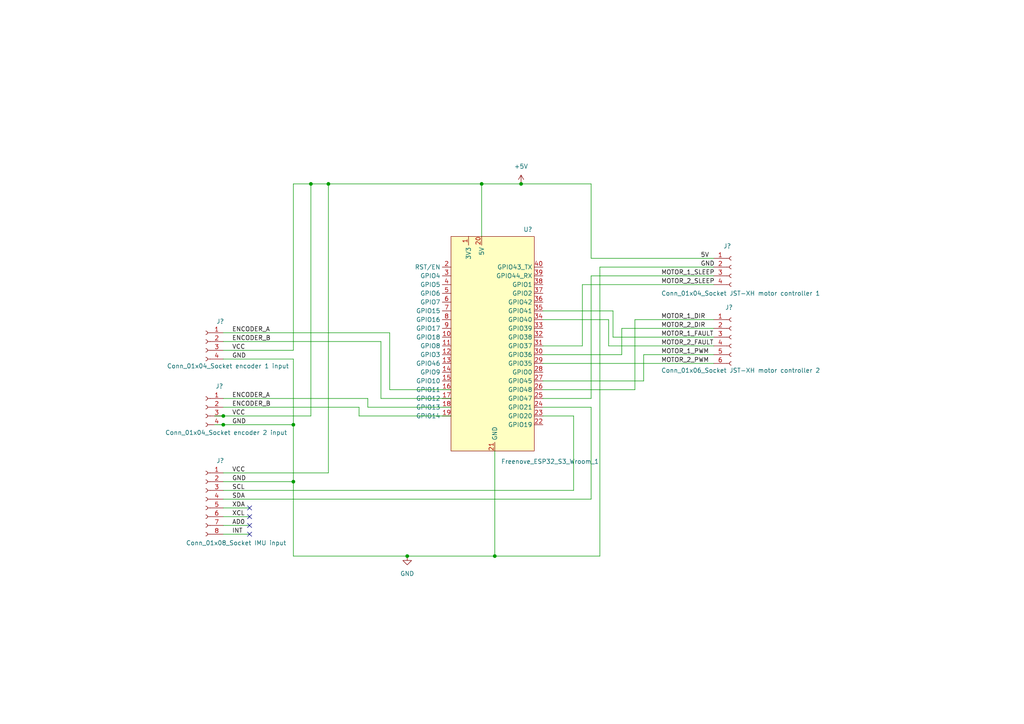
<source format=kicad_sch>
(kicad_sch (version 20231120) (generator "eeschema") (generator_version "8.0")
  (paper "A4")
  (title_block (title "Self-balancing robot ESP32 board") (date "2024-05-12") (rev "v1"))
  (lib_symbols
    (symbol "Connector:Conn_01x04_Socket" (pin_names (offset 1.016) hide)
      (property "Reference" "J" (at 0 5.08 0))
      (property "Value" "Conn_01x04_Socket" (at 0 -7.62 0))
      (symbol "Conn_01x04_Socket_1_1"
        (arc (start 0 -4.572) (mid -0.5058 -5.08) (end 0 -5.588) (stroke (width 0.1524)))
        (arc (start 0 -2.032) (mid -0.5058 -2.54) (end 0 -3.048) (stroke (width 0.1524)))
        (polyline (pts (xy -1.27 -5.08) (xy -0.508 -5.08)) (stroke (width 0.1524)))
        (polyline (pts (xy -1.27 -2.54) (xy -0.508 -2.54)) (stroke (width 0.1524)))
        (polyline (pts (xy -1.27 0) (xy -0.508 0)) (stroke (width 0.1524)))
        (polyline (pts (xy -1.27 2.54) (xy -0.508 2.54)) (stroke (width 0.1524)))
        (arc (start 0 0.508) (mid -0.5058 0) (end 0 -0.508) (stroke (width 0.1524)))
        (arc (start 0 3.048) (mid -0.5058 2.54) (end 0 2.032) (stroke (width 0.1524)))
        (pin passive line (at -5.08 2.54 0) (length 3.81) (name "Pin_1") (number "1"))
        (pin passive line (at -5.08 0 0) (length 3.81) (name "Pin_2") (number "2"))
        (pin passive line (at -5.08 -2.54 0) (length 3.81) (name "Pin_3") (number "3"))
        (pin passive line (at -5.08 -5.08 0) (length 3.81) (name "Pin_4") (number "4"))
      )
    )
    (symbol "Connector:Conn_01x06_Socket" (pin_names (offset 1.016) hide)
      (property "Reference" "J" (at 0 7.62 0))
      (property "Value" "Conn_01x06_Socket" (at 0 -10.16 0))
      (symbol "Conn_01x06_Socket_1_1"
        (arc (start 0 -7.112) (mid -0.5058 -7.62) (end 0 -8.128) (stroke (width 0.1524)))
        (arc (start 0 -4.572) (mid -0.5058 -5.08) (end 0 -5.588) (stroke (width 0.1524)))
        (arc (start 0 -2.032) (mid -0.5058 -2.54) (end 0 -3.048) (stroke (width 0.1524)))
        (polyline (pts (xy -1.27 -7.62) (xy -0.508 -7.62)) (stroke (width 0.1524)))
        (polyline (pts (xy -1.27 -5.08) (xy -0.508 -5.08)) (stroke (width 0.1524)))
        (polyline (pts (xy -1.27 -2.54) (xy -0.508 -2.54)) (stroke (width 0.1524)))
        (polyline (pts (xy -1.27 0) (xy -0.508 0)) (stroke (width 0.1524)))
        (polyline (pts (xy -1.27 2.54) (xy -0.508 2.54)) (stroke (width 0.1524)))
        (polyline (pts (xy -1.27 5.08) (xy -0.508 5.08)) (stroke (width 0.1524)))
        (arc (start 0 0.508) (mid -0.5058 0) (end 0 -0.508) (stroke (width 0.1524)))
        (arc (start 0 3.048) (mid -0.5058 2.54) (end 0 2.032) (stroke (width 0.1524)))
        (arc (start 0 5.588) (mid -0.5058 5.08) (end 0 4.572) (stroke (width 0.1524)))
        (pin passive line (at -5.08 5.08 0) (length 3.81) (name "Pin_1") (number "1"))
        (pin passive line (at -5.08 2.54 0) (length 3.81) (name "Pin_2") (number "2"))
        (pin passive line (at -5.08 0 0) (length 3.81) (name "Pin_3") (number "3"))
        (pin passive line (at -5.08 -2.54 0) (length 3.81) (name "Pin_4") (number "4"))
        (pin passive line (at -5.08 -5.08 0) (length 3.81) (name "Pin_5") (number "5"))
        (pin passive line (at -5.08 -7.62 0) (length 3.81) (name "Pin_6") (number "6"))
      )
    )
    (symbol "Connector:Conn_01x08_Socket" (pin_names (offset 1.016) hide)
      (property "Reference" "J" (at 0 10.16 0))
      (property "Value" "Conn_01x08_Socket" (at 0 -12.7 0))
      (symbol "Conn_01x08_Socket_1_1"
        (arc (start 0 -9.652) (mid -0.5058 -10.16) (end 0 -10.668) (stroke (width 0.1524)))
        (arc (start 0 -7.112) (mid -0.5058 -7.62) (end 0 -8.128) (stroke (width 0.1524)))
        (arc (start 0 -4.572) (mid -0.5058 -5.08) (end 0 -5.588) (stroke (width 0.1524)))
        (arc (start 0 -2.032) (mid -0.5058 -2.54) (end 0 -3.048) (stroke (width 0.1524)))
        (polyline (pts (xy -1.27 -10.16) (xy -0.508 -10.16)) (stroke (width 0.1524)))
        (polyline (pts (xy -1.27 -7.62) (xy -0.508 -7.62)) (stroke (width 0.1524)))
        (polyline (pts (xy -1.27 -5.08) (xy -0.508 -5.08)) (stroke (width 0.1524)))
        (polyline (pts (xy -1.27 -2.54) (xy -0.508 -2.54)) (stroke (width 0.1524)))
        (polyline (pts (xy -1.27 0) (xy -0.508 0)) (stroke (width 0.1524)))
        (polyline (pts (xy -1.27 2.54) (xy -0.508 2.54)) (stroke (width 0.1524)))
        (polyline (pts (xy -1.27 5.08) (xy -0.508 5.08)) (stroke (width 0.1524)))
        (polyline (pts (xy -1.27 7.62) (xy -0.508 7.62)) (stroke (width 0.1524)))
        (arc (start 0 0.508) (mid -0.5058 0) (end 0 -0.508) (stroke (width 0.1524)))
        (arc (start 0 3.048) (mid -0.5058 2.54) (end 0 2.032) (stroke (width 0.1524)))
        (arc (start 0 5.588) (mid -0.5058 5.08) (end 0 4.572) (stroke (width 0.1524)))
        (arc (start 0 8.128) (mid -0.5058 7.62) (end 0 7.112) (stroke (width 0.1524)))
        (pin passive line (at -5.08 7.62 0) (length 3.81) (name "Pin_1") (number "1"))
        (pin passive line (at -5.08 5.08 0) (length 3.81) (name "Pin_2") (number "2"))
        (pin passive line (at -5.08 2.54 0) (length 3.81) (name "Pin_3") (number "3"))
        (pin passive line (at -5.08 0 0) (length 3.81) (name "Pin_4") (number "4"))
        (pin passive line (at -5.08 -2.54 0) (length 3.81) (name "Pin_5") (number "5"))
        (pin passive line (at -5.08 -5.08 0) (length 3.81) (name "Pin_6") (number "6"))
        (pin passive line (at -5.08 -7.62 0) (length 3.81) (name "Pin_7") (number "7"))
        (pin passive line (at -5.08 -10.16 0) (length 3.81) (name "Pin_8") (number "8"))
      )
    )
    (symbol "MCU_Espressif_ESP32:Freenove_ESP32_S3_Wroom_1"
      (property "Reference" "U" (at 11.684 45.212 0))
      (property "Value" "Freenove_ESP32_S3_Wroom_1" (at 18.542 -21.082 0))
      (symbol "Freenove_ESP32_S3_Wroom_1_1_1"
        (rectangle (start -11.43 43.18) (end 12.7 -19.05) (fill (type background)))
        (pin power_out line (at -6.35 43.18 270) (length 2.54) (name "3V3") (number "1"))
        (pin open_collector line (at -11.43 13.97 180) (length 2.54) (name "GPIO18") (number "10"))
        (pin open_collector line (at -11.43 11.43 180) (length 2.54) (name "GPIO8") (number "11"))
        (pin bidirectional line (at -11.43 8.89 180) (length 2.54) (name "GPIO3") (number "12"))
        (pin bidirectional line (at -11.43 6.35 180) (length 2.54) (name "GPIO46") (number "13"))
        (pin open_collector line (at -11.43 3.81 180) (length 2.54) (name "GPIO9") (number "14"))
        (pin open_collector line (at -11.43 1.27 180) (length 2.54) (name "GPIO10") (number "15"))
        (pin open_collector line (at -11.43 -1.27 180) (length 2.54) (name "GPIO11") (number "16"))
        (pin open_collector line (at -11.43 -3.81 180) (length 2.54) (name "GPIO12") (number "17"))
        (pin open_collector line (at -11.43 -6.35 180) (length 2.54) (name "GPIO13") (number "18"))
        (pin bidirectional line (at -11.43 -8.89 180) (length 2.54) (name "GPIO14") (number "19"))
        (pin input line (at -11.43 34.29 180) (length 2.54) (name "RST/EN") (number "2"))
        (pin power_in line (at -2.54 43.18 270) (length 2.54) (name "5V") (number "20"))
        (pin power_in line (at 1.27 -19.05 90) (length 2.54) (name "GND") (number "21"))
        (pin bidirectional line (at 15.24 -11.43 180) (length 2.54) (name "GPIO19") (number "22"))
        (pin bidirectional line (at 15.24 -8.89 180) (length 2.54) (name "GPIO20") (number "23"))
        (pin bidirectional line (at 15.24 -6.35 180) (length 2.54) (name "GPIO21") (number "24"))
        (pin bidirectional line (at 15.24 -3.81 180) (length 2.54) (name "GPIO47") (number "25"))
        (pin bidirectional line (at 15.24 -1.27 180) (length 2.54) (name "GPIO48") (number "26"))
        (pin bidirectional line (at 15.24 1.27 180) (length 2.54) (name "GPIO45") (number "27"))
        (pin bidirectional line (at 15.24 3.81 180) (length 2.54) (name "GPIO0") (number "28"))
        (pin bidirectional line (at 15.24 6.35 180) (length 2.54) (name "GPIO35") (number "29"))
        (pin open_collector line (at -11.43 31.75 180) (length 2.54) (name "GPIO4") (number "3"))
        (pin bidirectional line (at 15.24 8.89 180) (length 2.54) (name "GPIO36") (number "30"))
        (pin bidirectional line (at 15.24 11.43 180) (length 2.54) (name "GPIO37") (number "31"))
        (pin bidirectional line (at 15.24 13.97 180) (length 2.54) (name "GPIO38") (number "32"))
        (pin bidirectional line (at 15.24 16.51 180) (length 2.54) (name "GPIO39") (number "33"))
        (pin bidirectional line (at 15.24 19.05 180) (length 2.54) (name "GPIO40") (number "34"))
        (pin bidirectional line (at 15.24 21.59 180) (length 2.54) (name "GPIO41") (number "35"))
        (pin bidirectional line (at 15.24 24.13 180) (length 2.54) (name "GPIO42") (number "36"))
        (pin bidirectional line (at 15.24 26.67 180) (length 2.54) (name "GPIO2") (number "37"))
        (pin bidirectional line (at 15.24 29.21 180) (length 2.54) (name "GPIO1") (number "38"))
        (pin bidirectional line (at 15.24 31.75 180) (length 2.54) (name "GPIO44_RX") (number "39"))
        (pin open_collector line (at -11.43 29.21 180) (length 2.54) (name "GPIO5") (number "4"))
        (pin bidirectional line (at 15.24 34.29 180) (length 2.54) (name "GPIO43_TX") (number "40"))
        (pin open_collector line (at -11.43 26.67 180) (length 2.54) (name "GPIO6") (number "5"))
        (pin open_collector line (at -11.43 24.13 180) (length 2.54) (name "GPIO7") (number "6"))
        (pin open_collector line (at -11.43 21.59 180) (length 2.54) (name "GPIO15") (number "7"))
        (pin open_collector line (at -11.43 19.05 180) (length 2.54) (name "GPIO16") (number "8"))
        (pin open_collector line (at -11.43 16.51 180) (length 2.54) (name "GPIO17") (number "9"))
      )
    )
    (symbol "power:+5V" (power) (pin_numbers hide) (pin_names (offset 0) hide)
      (property "Value" "+5V" (at 0 3.556 0))
      (symbol "+5V_0_1"
        (polyline (pts (xy -0.762 1.27) (xy 0 2.54)))
        (polyline (pts (xy 0 0) (xy 0 2.54)))
        (polyline (pts (xy 0 2.54) (xy 0.762 1.27)))
      )
      (symbol "+5V_1_1"
        (pin power_in line (at 0 0 90) (length 0) (name "~") (number "1"))
      )
    )
    (symbol "power:GND" (power) (pin_numbers hide) (pin_names (offset 0) hide)
      (property "Value" "GND" (at 0 -3.81 0))
      (symbol "GND_0_1"
        (polyline (pts (xy 0 0) (xy 0 -1.27) (xy 1.27 -1.27) (xy 0 -2.54) (xy -1.27 -1.27) (xy 0 -1.27)))
      )
      (symbol "GND_1_1"
        (pin power_in line (at 0 0 270) (length 0) (name "~") (number "1"))
      )
    )
  )
  (junction (at 151.13 53.34))
  (junction (at 95.25 53.34))
  (junction (at 85.09 139.7))
  (junction (at 90.17 53.34))
  (junction (at 64.77 123.19))
  (junction (at 118.11 161.29))
  (junction (at 139.7 53.34))
  (junction (at 143.51 161.29))
  (junction (at 85.09 123.19))
  (junction (at 64.77 120.65))
  (no_connect (at 72.39 149.86))
  (no_connect (at 72.39 147.32))
  (no_connect (at 72.39 154.94))
  (no_connect (at 72.39 152.4))
  (wire (pts (xy 184.15 113.03) (xy 184.15 92.71)))
  (wire (pts (xy 104.14 118.11) (xy 104.14 120.65)))
  (wire (pts (xy 106.68 118.11) (xy 130.81 118.11)))
  (wire (pts (xy 95.25 53.34) (xy 139.7 53.34)))
  (wire (pts (xy 64.77 101.6) (xy 85.09 101.6)))
  (wire (pts (xy 64.77 123.19) (xy 62.23 123.19)))
  (wire (pts (xy 64.77 147.32) (xy 72.39 147.32)))
  (wire (pts (xy 64.77 118.11) (xy 104.14 118.11)))
  (wire (pts (xy 157.48 110.49) (xy 186.69 110.49)))
  (wire (pts (xy 64.77 152.4) (xy 72.39 152.4)))
  (wire (pts (xy 184.15 92.71) (xy 207.01 92.71)))
  (wire (pts (xy 85.09 53.34) (xy 90.17 53.34)))
  (wire (pts (xy 104.14 120.65) (xy 130.81 120.65)))
  (wire (pts (xy 85.09 53.34) (xy 85.09 101.6)))
  (wire (pts (xy 64.77 137.16) (xy 95.25 137.16)))
  (wire (pts (xy 157.48 90.17) (xy 177.8 90.17)))
  (wire (pts (xy 151.13 53.34) (xy 171.45 53.34)))
  (wire (pts (xy 186.69 110.49) (xy 186.69 102.87)))
  (wire (pts (xy 85.09 161.29) (xy 118.11 161.29)))
  (wire (pts (xy 157.48 120.65) (xy 166.37 120.65)))
  (wire (pts (xy 157.48 100.33) (xy 168.91 100.33)))
  (wire (pts (xy 90.17 53.34) (xy 95.25 53.34)))
  (wire (pts (xy 171.45 80.01) (xy 207.01 80.01)))
  (wire (pts (xy 166.37 120.65) (xy 166.37 142.24)))
  (wire (pts (xy 139.7 53.34) (xy 139.7 68.58)))
  (wire (pts (xy 168.91 82.55) (xy 207.01 82.55)))
  (wire (pts (xy 85.09 104.14) (xy 85.09 123.19)))
  (wire (pts (xy 64.77 149.86) (xy 72.39 149.86)))
  (wire (pts (xy 95.25 137.16) (xy 95.25 53.34)))
  (wire (pts (xy 171.45 144.78) (xy 171.45 118.11)))
  (wire (pts (xy 64.77 99.06) (xy 110.49 99.06)))
  (wire (pts (xy 139.7 53.34) (xy 151.13 53.34)))
  (wire (pts (xy 171.45 53.34) (xy 171.45 74.93)))
  (wire (pts (xy 171.45 118.11) (xy 157.48 118.11)))
  (wire (pts (xy 157.48 92.71) (xy 176.53 92.71)))
  (wire (pts (xy 64.77 123.19) (xy 85.09 123.19)))
  (wire (pts (xy 176.53 100.33) (xy 207.01 100.33)))
  (wire (pts (xy 157.48 105.41) (xy 207.01 105.41)))
  (wire (pts (xy 64.77 96.52) (xy 113.03 96.52)))
  (wire (pts (xy 171.45 74.93) (xy 207.01 74.93)))
  (wire (pts (xy 64.77 144.78) (xy 171.45 144.78)))
  (wire (pts (xy 64.77 139.7) (xy 85.09 139.7)))
  (wire (pts (xy 85.09 139.7) (xy 85.09 161.29)))
  (wire (pts (xy 157.48 115.57) (xy 171.45 115.57)))
  (wire (pts (xy 113.03 113.03) (xy 130.81 113.03)))
  (wire (pts (xy 64.77 120.65) (xy 62.23 120.65)))
  (wire (pts (xy 64.77 120.65) (xy 90.17 120.65)))
  (wire (pts (xy 173.99 77.47) (xy 207.01 77.47)))
  (wire (pts (xy 176.53 92.71) (xy 176.53 100.33)))
  (wire (pts (xy 64.77 142.24) (xy 166.37 142.24)))
  (wire (pts (xy 118.11 161.29) (xy 143.51 161.29)))
  (wire (pts (xy 64.77 104.14) (xy 85.09 104.14)))
  (wire (pts (xy 173.99 161.29) (xy 173.99 77.47)))
  (wire (pts (xy 64.77 115.57) (xy 106.68 115.57)))
  (wire (pts (xy 90.17 120.65) (xy 90.17 53.34)))
  (wire (pts (xy 85.09 123.19) (xy 85.09 139.7)))
  (wire (pts (xy 110.49 115.57) (xy 130.81 115.57)))
  (wire (pts (xy 171.45 115.57) (xy 171.45 80.01)))
  (wire (pts (xy 180.34 102.87) (xy 180.34 95.25)))
  (wire (pts (xy 64.77 154.94) (xy 72.39 154.94)))
  (wire (pts (xy 180.34 95.25) (xy 207.01 95.25)))
  (wire (pts (xy 113.03 96.52) (xy 113.03 113.03)))
  (wire (pts (xy 177.8 97.79) (xy 207.01 97.79)))
  (wire (pts (xy 157.48 102.87) (xy 180.34 102.87)))
  (wire (pts (xy 177.8 90.17) (xy 177.8 97.79)))
  (wire (pts (xy 143.51 161.29) (xy 143.51 130.81)))
  (wire (pts (xy 110.49 99.06) (xy 110.49 115.57)))
  (wire (pts (xy 106.68 115.57) (xy 106.68 118.11)))
  (wire (pts (xy 143.51 161.29) (xy 173.99 161.29)))
  (wire (pts (xy 168.91 100.33) (xy 168.91 82.55)))
  (wire (pts (xy 186.69 102.87) (xy 207.01 102.87)))
  (wire (pts (xy 157.48 113.03) (xy 184.15 113.03)))
  (label "MOTOR_2_FAULT" (at 191.77 100.33 0))
  (label "VCC" (at 67.31 120.65 0))
  (label "MOTOR_1_SLEEP" (at 191.77 80.01 0))
  (label "INT" (at 67.31 154.94 0))
  (label "SCL" (at 67.31 142.24 0))
  (label "MOTOR_2_SLEEP" (at 191.77 82.55 0))
  (label "ENCODER_B" (at 67.31 99.06 0))
  (label "GND" (at 203.2 77.47 0))
  (label "MOTOR_2_DIR" (at 191.77 95.25 0))
  (label "ENCODER_A" (at 67.31 96.52 0))
  (label "AD0" (at 67.31 152.4 0))
  (label "XDA" (at 67.31 147.32 0))
  (label "ENCODER_A" (at 67.31 115.57 0))
  (label "MOTOR_2_PWM" (at 191.77 105.41 0))
  (label "GND" (at 67.31 139.7 0))
  (label "MOTOR_1_DIR" (at 191.77 92.71 0))
  (label "ENCODER_B" (at 67.31 118.11 0))
  (label "MOTOR_1_FAULT" (at 191.77 97.79 0))
  (label "VCC" (at 67.31 137.16 0))
  (label "XCL" (at 67.31 149.86 0))
  (label "MOTOR_1_PWM" (at 191.77 102.87 0))
  (label "VCC" (at 67.31 101.6 0))
  (label "5V" (at 203.2 74.93 0))
  (label "GND" (at 67.31 104.14 0))
  (label "GND" (at 67.31 123.19 0))
  (label "SDA" (at 67.31 144.78 0))
  (symbol (lib_id "power:+5V") (at 151.13 53.34 0) (unit 1)
    (property "Reference" "#PWR02" (effects (hide yes)))
    (property "Value" "+5V" (at 151.13 48.26 0))
    (property "Description" "Power symbol creates a global label with name \"+5V\"" (effects (hide yes)))
  )
  (symbol (lib_id "Connector:Conn_01x04_Socket") (at 59.69 99.06 0) (mirror y) (unit 1)
    (property "Reference" "J?" (at 65.024 93.218 0) (effects (justify left)))
    (property "Value" "Conn_01x04_Socket encoder 1 input" (at 83.82 106.172 0) (effects (justify left)))
    (property "Description" "Generic connector, single row, 01x04, script generated" (effects (hide yes)))
  )
  (symbol (lib_id "Connector:Conn_01x04_Socket") (at 212.09 77.47 0) (unit 1)
    (property "Reference" "J?" (at 209.804 71.374 0) (effects (justify left)))
    (property "Value" "Conn_01x04_Socket JST-XH motor controller 1" (at 191.77 85.09 0) (effects (justify left)))
    (property "Description" "Generic connector, single row, 01x04, script generated" (effects (hide yes)))
  )
  (symbol (lib_id "Connector:Conn_01x04_Socket") (at 59.69 118.11 0) (mirror y) (unit 1)
    (property "Reference" "J?" (at 64.77 112.014 0) (effects (justify left)))
    (property "Value" "Conn_01x04_Socket encoder 2 input" (at 83.312 125.476 0) (effects (justify left)))
    (property "Description" "Generic connector, single row, 01x04, script generated" (effects (hide yes)))
  )
  (symbol (lib_id "MCU_Espressif_ESP32:Freenove_ESP32_S3_Wroom_1") (at 142.24 111.76 0) (unit 1)
    (property "Reference" "U?" (at 154.432 66.548 0) (effects (justify right)))
    (property "Value" "Freenove_ESP32_S3_Wroom_1" (at 173.736 133.858 0) (effects (justify right)))
  )
  (symbol (lib_id "Connector:Conn_01x08_Socket") (at 59.69 144.78 0) (mirror y) (unit 1)
    (property "Reference" "J?" (at 65.024 133.604 0) (effects (justify left)))
    (property "Value" "Conn_01x08_Socket IMU input" (at 83.058 157.48 0) (effects (justify left)))
    (property "Description" "Generic connector, single row, 01x08, script generated" (effects (hide yes)))
  )
  (symbol (lib_id "power:GND") (at 118.11 161.29 0) (unit 1)
    (property "Reference" "#PWR01" (effects (hide yes)))
    (property "Value" "GND" (at 118.11 166.37 0))
    (property "Description" "Power symbol creates a global label with name \"GND\" , ground" (effects (hide yes)))
  )
  (symbol (lib_id "Connector:Conn_01x06_Socket") (at 212.09 97.79 0) (unit 1)
    (property "Reference" "J?" (at 210.312 89.154 0) (effects (justify left)))
    (property "Value" "Conn_01x06_Socket JST-XH motor controller 2" (at 191.77 107.442 0) (effects (justify left)))
    (property "Description" "Generic connector, single row, 01x06, script generated" (effects (hide yes)))
  )
)
</source>
